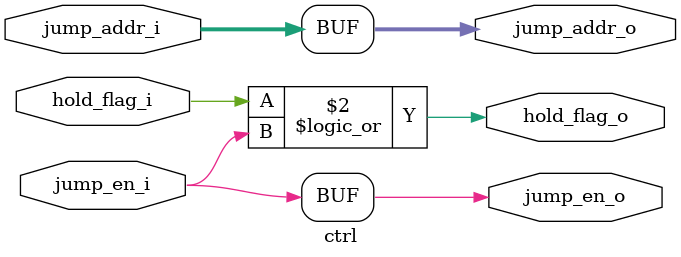
<source format=v>
module ctrl(
    input wire [31:0] jump_addr_i,
    input wire        jump_en_i,
    input wire        hold_flag_i,
    output reg [31:0] jump_addr_o,
    output reg        jump_en_o,  
    output reg        hold_flag_o
);
    always @(*)begin
        jump_addr_o = jump_addr_i;
        jump_en_o   = jump_en_i;
        hold_flag_o = hold_flag_i || jump_en_i;
    end
endmodule
</source>
